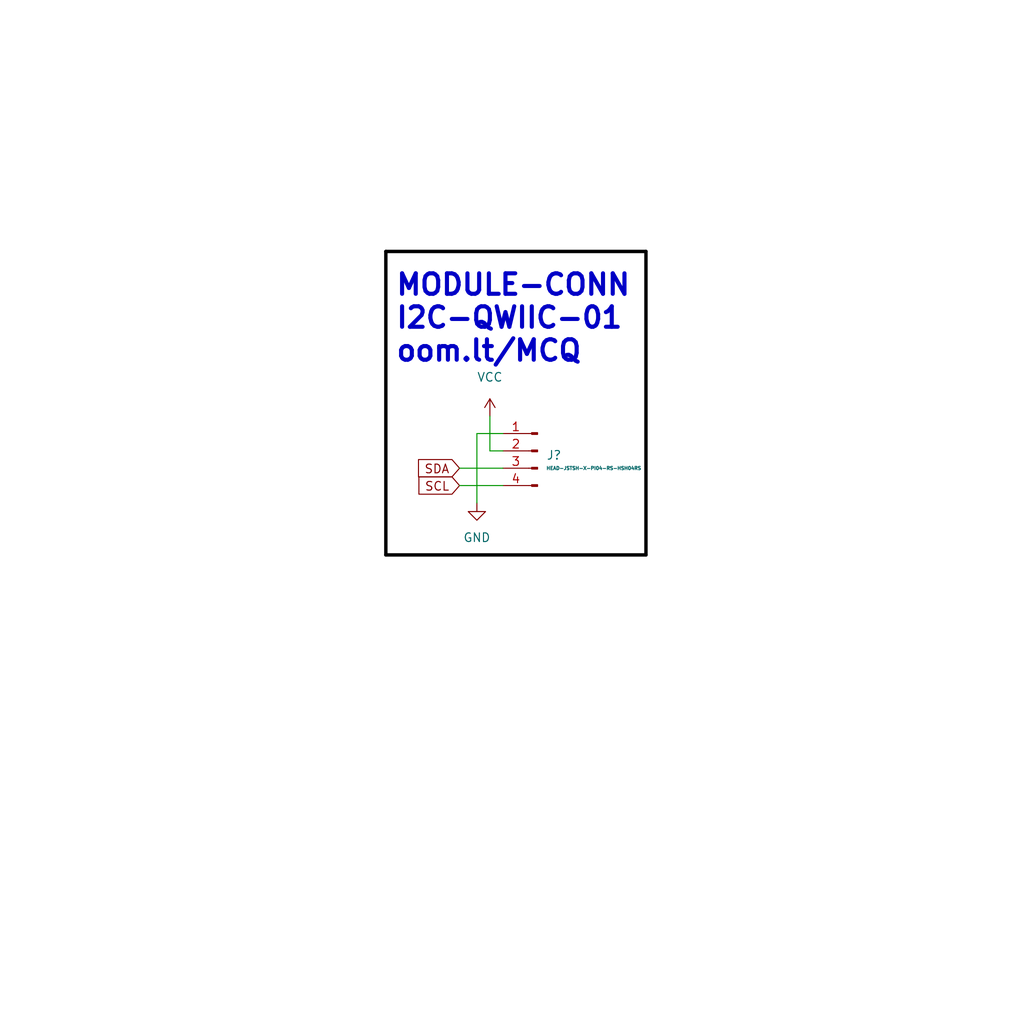
<source format=kicad_sch>
(kicad_sch (version 20211123) (generator eeschema)
  (paper "User" 150.012 150.012)
  (lib_symbols
    (symbol "oomlout_OOMP_parts:HEAD-JSTSH-X-PI04-RS-HSH04RS" (pin_names (offset 1.016) hide)
      (property "Reference" "J" (at 0 5.08 0))
      (property "Value" "HEAD-JSTSH-X-PI04-RS-HSH04RS" (at 0 -7.62 0))
      (symbol "HEAD-JSTSH-X-PI04-RS-HSH04RS_1_1"
        (polyline (pts (xy 1.27 -5.08) (xy 0.8636 -5.08)) (stroke (width 0.1524)))
        (polyline (pts (xy 1.27 -2.54) (xy 0.8636 -2.54)) (stroke (width 0.1524)))
        (polyline (pts (xy 1.27 0) (xy 0.8636 0)) (stroke (width 0.1524)))
        (polyline (pts (xy 1.27 2.54) (xy 0.8636 2.54)) (stroke (width 0.1524)))
        (rectangle (start 0.8636 -4.953) (end 0 -5.207) (stroke (width 0.1524)) (fill (type outline)))
        (rectangle (start 0.8636 -2.413) (end 0 -2.667) (stroke (width 0.1524)) (fill (type outline)))
        (rectangle (start 0.8636 0.127) (end 0 -0.127) (stroke (width 0.1524)) (fill (type outline)))
        (rectangle (start 0.8636 2.667) (end 0 2.413) (stroke (width 0.1524)) (fill (type outline)))
        (pin passive line (at 5.08 2.54 180) (length 3.81) (name "Pin_1") (number "1"))
        (pin passive line (at 5.08 0 180) (length 3.81) (name "Pin_2") (number "2"))
        (pin passive line (at 5.08 -2.54 180) (length 3.81) (name "Pin_3") (number "3"))
        (pin passive line (at 5.08 -5.08 180) (length 3.81) (name "Pin_4") (number "4"))
      )
    )
    (symbol "power:GND" (power) (pin_names (offset 0))
      (property "Value" "GND" (at 0 -3.81 0))
      (symbol "GND_0_1"
        (polyline (pts (xy 0 0) (xy 0 -1.27) (xy 1.27 -1.27) (xy 0 -2.54) (xy -1.27 -1.27) (xy 0 -1.27)))
      )
      (symbol "GND_1_1"
        (pin power_in line (at 0 0 270) (length 0) hide (name "GND") (number "1"))
      )
    )
    (symbol "power:VCC" (power) (pin_names (offset 0))
      (property "Value" "VCC" (at 0 3.81 0))
      (symbol "VCC_0_1"
        (polyline (pts (xy -0.762 1.27) (xy 0 2.54)))
        (polyline (pts (xy 0 0) (xy 0 2.54)))
        (polyline (pts (xy 0 2.54) (xy 0.762 1.27)))
      )
      (symbol "VCC_1_1"
        (pin power_in line (at 0 0 90) (length 0) hide (name "VCC") (number "1"))
      )
    )
  )
  (wire (pts (xy 73.66 66.04) (xy 71.755 66.04)))
  (polyline (pts (xy 56.515 36.83) (xy 94.615 36.83)) (stroke (width 0.5) (type solid) (color 0 0 0 1)))
  (wire (pts (xy 73.66 63.5) (xy 69.85 63.5)))
  (polyline (pts (xy 94.615 81.28) (xy 94.615 36.83)) (stroke (width 0.5) (type solid) (color 0 0 0 1)))
  (polyline (pts (xy 56.515 36.83) (xy 56.515 81.28)) (stroke (width 0.5) (type solid) (color 0 0 0 1)))
  (wire (pts (xy 71.755 66.04) (xy 71.755 60.96)))
  (polyline (pts (xy 56.515 81.28) (xy 94.615 81.28)) (stroke (width 0.5) (type solid) (color 0 0 0 1)))
  (wire (pts (xy 67.31 68.58) (xy 73.66 68.58)))
  (wire (pts (xy 67.31 71.12) (xy 73.66 71.12)))
  (wire (pts (xy 69.85 63.5) (xy 69.85 73.66)))
  (text "MODULE-CONN\nI2C-QWIIC-01\noom.lt/MCQ" (at 57.785 53.34 0) (effects (font (size 3 3) (thickness 0.6) bold) (justify left bottom)))
  (global_label "SDA" (shape input) (at 67.31 68.58 180) (property "Intersheet References" "${INTERSHEET_REFS}" (effects hide)))
  (global_label "SCL" (shape input) (at 67.31 71.12 180) (property "Intersheet References" "${INTERSHEET_REFS}" (effects hide)))
  (symbol (lib_id "power:VCC") (at 71.755 60.96 0) (unit 1)
    (property "Reference" "#PWR?" (effects hide))
    (property "Value" "VCC" (at 71.755 55.245 0))
  )
  (symbol (lib_id "power:GND") (at 69.85 73.66 0) (unit 1)
    (property "Reference" "#PWR?" (effects hide))
    (property "Value" "GND" (at 69.85 78.74 0))
  )
  (symbol (lib_id "oomlout_OOMP_parts:HEAD-JSTSH-X-PI04-RS-HSH04RS") (at 78.74 66.04 0) (mirror y) (unit 1)
    (property "Reference" "J?" (at 80.01 66.6749 0) (effects (justify right)))
    (property "Value" "HEAD-JSTSH-X-PI04-RS-HSH04RS" (at 80.01 68.58 0) (effects (font (size 0.5 0.5)) (justify right)))
    (property "Footprint" "oomlout_OOMP_parts:HEAD-JSTSH-X-PI04-RS-HSH04RS" (effects hide))
    (property "Datasheet" "oom.lt/HSH04RS" (effects hide))
  )
)
</source>
